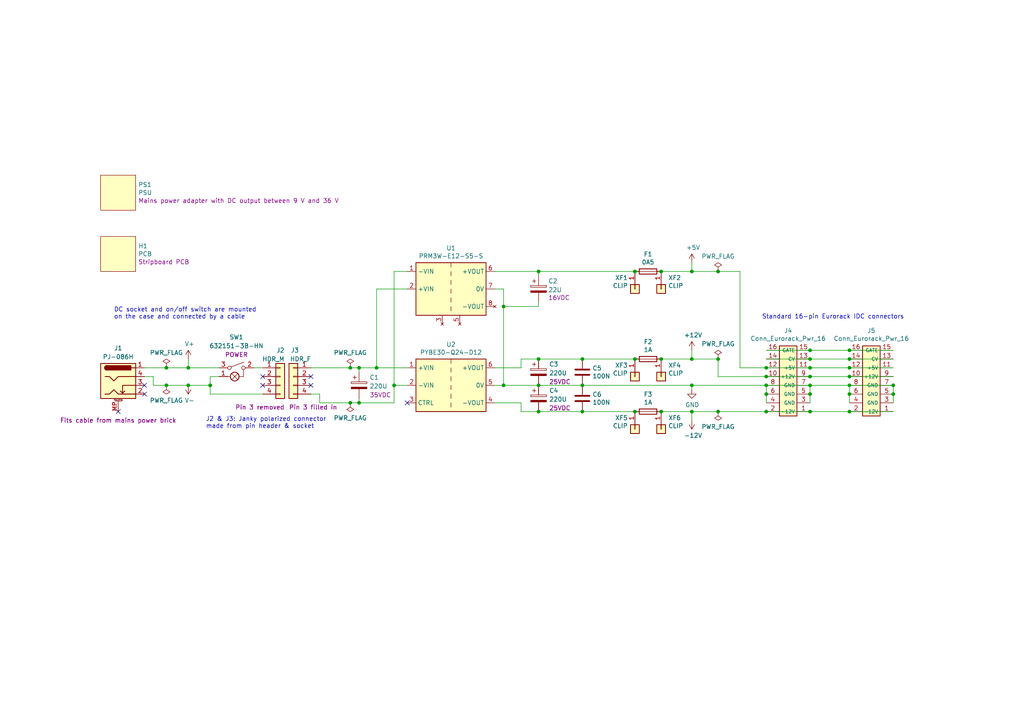
<source format=kicad_sch>
(kicad_sch (version 20211123) (generator eeschema)
  (paper "A4")
  (title_block (title "Eurorack Power Supply") (date "2021-12-07") (rev "1.2") (company "Len Popp") (comment 1 "Copyright © 2021 Len Popp CC BY") (comment 2 "Power supply for Eurorack with outputs +12 VDC, -12 VDC (1 A), +5 VDC (400 mA)") (comment 3 "COMPLETED"))
  (lib_symbols
    (symbol "-lmp-power:+12V" (power) (pin_names (offset 0))
      (property "Value" "+12V" (at 0 3.556 0))
      (symbol "+12V_0_1"
        (polyline (pts (xy -0.762 1.27) (xy 0 2.54)))
        (polyline (pts (xy 0 0) (xy 0 2.54)))
        (polyline (pts (xy 0 2.54) (xy 0.762 1.27)))
      )
      (symbol "+12V_1_1"
        (pin power_in line (at 0 0 90) (length 0) hide (name "+12V") (number "1"))
      )
    )
    (symbol "-lmp-power:+5V" (power) (pin_names (offset 0))
      (property "Value" "+5V" (at 0 3.556 0))
      (symbol "+5V_0_1"
        (polyline (pts (xy -0.762 1.27) (xy 0 2.54)))
        (polyline (pts (xy 0 0) (xy 0 2.54)))
        (polyline (pts (xy 0 2.54) (xy 0.762 1.27)))
      )
      (symbol "+5V_1_1"
        (pin power_in line (at 0 0 90) (length 0) hide (name "+5V") (number "1"))
      )
    )
    (symbol "-lmp-power:-12V" (power) (pin_names (offset 0))
      (property "Value" "-12V" (at 0 -3.556 0))
      (symbol "-12V_0_1"
        (polyline (pts (xy -0.762 -1.27) (xy 0 -2.54)))
        (polyline (pts (xy 0 -2.54) (xy 0.762 -1.27)))
        (polyline (pts (xy 0 0) (xy 0 -2.54)))
      )
      (symbol "-12V_1_1"
        (pin power_in line (at 0 0 270) (length 0) hide (name "-12V") (number "1"))
      )
    )
    (symbol "-lmp-power:GND" (power) (pin_names (offset 0))
      (property "Value" "GND" (at 0 -3.81 0))
      (symbol "GND_0_1"
        (polyline (pts (xy 0 0) (xy 0 -1.27) (xy 1.27 -1.27) (xy 0 -2.54) (xy -1.27 -1.27) (xy 0 -1.27)))
      )
      (symbol "GND_1_1"
        (pin power_in line (at 0 0 270) (length 0) hide (name "GND") (number "1"))
      )
    )
    (symbol "-lmp-power:PWR_FLAG" (power) (pin_numbers hide) (pin_names (offset 0) hide)
      (property "Value" "PWR_FLAG" (at 0 3.81 0))
      (symbol "PWR_FLAG_0_0"
        (pin power_out line (at 0 0 90) (length 0) (name "pwr") (number "1"))
      )
      (symbol "PWR_FLAG_0_1"
        (polyline (pts (xy 0 0) (xy 0 1.27) (xy -1.016 1.905) (xy 0 2.54) (xy 1.016 1.905) (xy 0 1.27)))
      )
    )
    (symbol "-lmp-power:V+" (power) (pin_names (offset 0))
      (property "Value" "V+" (at 0 3.556 0))
      (symbol "V+_0_1"
        (polyline (pts (xy -0.762 1.27) (xy 0 2.54)))
        (polyline (pts (xy 0 0) (xy 0 2.54)))
        (polyline (pts (xy 0 2.54) (xy 0.762 1.27)))
      )
      (symbol "V+_1_1"
        (pin power_in line (at 0 0 90) (length 0) hide (name "V+") (number "1"))
      )
    )
    (symbol "-lmp-power:V-" (power) (pin_names (offset 0))
      (property "Value" "V-" (at 0 -3.556 0))
      (symbol "V-_0_1"
        (polyline (pts (xy -0.762 -1.27) (xy 0 -2.54)))
        (polyline (pts (xy 0 -2.54) (xy 0.762 -1.27)))
        (polyline (pts (xy 0 0) (xy 0 -2.54)))
      )
      (symbol "V-_1_1"
        (pin power_in line (at 0 0 270) (length 0) hide (name "V-") (number "1"))
      )
    )
    (symbol "-lmp-synth:Conn_Eurorack_Pwr_16"
      (property "Reference" "J" (at 1.27 10.16 0))
      (property "Value" "Conn_Eurorack_Pwr_16" (at 1.27 -12.7 0))
      (symbol "Conn_Eurorack_Pwr_16_1_1"
        (rectangle (start 3.81 -11.43) (end -1.27 8.89) (stroke (width 0.254)) (fill (type background)))
        (pin power_in line (at 7.62 -10.16 180) (length 3.81) (name "-12V") (number "1"))
        (pin power_in line (at -5.08 0 0) (length 3.81) (name "~") (number "10"))
        (pin power_in line (at 7.62 2.54 180) (length 3.81) (name "+5V") (number "11"))
        (pin power_in line (at -5.08 2.54 0) (length 3.81) (name "~") (number "12"))
        (pin bidirectional line (at 7.62 5.08 180) (length 3.81) (name "CV") (number "13"))
        (pin bidirectional line (at -5.08 5.08 0) (length 3.81) (name "~") (number "14"))
        (pin bidirectional line (at 7.62 7.62 180) (length 3.81) (name "GATE") (number "15"))
        (pin bidirectional line (at -5.08 7.62 0) (length 3.81) (name "~") (number "16"))
        (pin power_in line (at -5.08 -10.16 0) (length 3.81) (name "~") (number "2"))
        (pin power_in line (at 7.62 -7.62 180) (length 3.81) (name "GND") (number "3"))
        (pin power_in line (at -5.08 -7.62 0) (length 3.81) (name "~") (number "4"))
        (pin power_in line (at 7.62 -5.08 180) (length 3.81) (name "GND") (number "5"))
        (pin power_in line (at -5.08 -5.08 0) (length 3.81) (name "~") (number "6"))
        (pin power_in line (at 7.62 -2.54 180) (length 3.81) (name "GND") (number "7"))
        (pin power_in line (at -5.08 -2.54 0) (length 3.81) (name "~") (number "8"))
        (pin power_in line (at 7.62 0 180) (length 3.81) (name "+12V") (number "9"))
      )
    )
    (symbol "-lmp-synth:Converter_DCDC_PRM3W"
      (property "Reference" "PS" (at -8.89 8.89 0))
      (property "Value" "Converter_DCDC_PRM3W" (at 8.89 8.89 0))
      (symbol "Converter_DCDC_PRM3W_0_1"
        (rectangle (start -10.16 7.62) (end 10.16 -7.62) (stroke (width 0.254)) (fill (type background)))
        (polyline (pts (xy 0 -5.08) (xy 0 -6.35)))
        (polyline (pts (xy 0 -2.54) (xy 0 -3.81)))
        (polyline (pts (xy 0 0) (xy 0 -1.27)))
        (polyline (pts (xy 0 2.54) (xy 0 1.27)))
        (polyline (pts (xy 0 5.08) (xy 0 3.81)))
        (polyline (pts (xy 0 7.62) (xy 0 6.35)))
      )
      (symbol "Converter_DCDC_PRM3W_1_1"
        (pin power_in line (at -12.7 5.08 0) (length 2.54) (name "-VIN") (number "1"))
        (pin power_in line (at -12.7 0 0) (length 2.54) (name "+VIN") (number "2"))
        (pin no_connect line (at -2.54 -10.16 90) (length 2.54) (name "~") (number "3"))
        (pin no_connect line (at 2.54 -10.16 90) (length 2.54) (name "~") (number "5"))
        (pin power_out line (at 12.7 5.08 180) (length 2.54) (name "+VOUT") (number "6"))
        (pin power_out line (at 12.7 0 180) (length 2.54) (name "0V") (number "7"))
        (pin no_connect line (at 12.7 -5.08 180) (length 2.54) (name "-VOUT") (number "8"))
      )
    )
    (symbol "-lmp-synth:Converter_DCDC_PYBE30"
      (property "Reference" "PS" (at -8.89 8.89 0))
      (property "Value" "Converter_DCDC_PYBE30" (at 8.89 8.89 0))
      (symbol "Converter_DCDC_PYBE30_0_1"
        (rectangle (start -10.16 7.62) (end 10.16 -7.62) (stroke (width 0.254)) (fill (type background)))
        (polyline (pts (xy 0 -5.08) (xy 0 -6.35)))
        (polyline (pts (xy 0 -2.54) (xy 0 -3.81)))
        (polyline (pts (xy 0 0) (xy 0 -1.27)))
        (polyline (pts (xy 0 2.54) (xy 0 1.27)))
        (polyline (pts (xy 0 5.08) (xy 0 3.81)))
        (polyline (pts (xy 0 7.62) (xy 0 6.35)))
      )
      (symbol "Converter_DCDC_PYBE30_1_1"
        (pin power_in line (at -12.7 5.08 0) (length 2.54) (name "+VIN") (number "1"))
        (pin power_in line (at -12.7 0 0) (length 2.54) (name "-VIN") (number "2"))
        (pin input line (at -12.7 -5.08 0) (length 2.54) (name "CTRL") (number "3"))
        (pin power_out line (at 12.7 -5.08 180) (length 2.54) (name "-VOUT") (number "4"))
        (pin power_out line (at 12.7 0 180) (length 2.54) (name "0V") (number "5"))
        (pin power_out line (at 12.7 5.08 180) (length 2.54) (name "+VOUT") (number "6"))
      )
    )
    (symbol "-lmp-synth:Jack_DC_PJ-086H" (pin_names hide)
      (property "Reference" "J" (at 0 7.874 0))
      (property "Value" "Jack_DC_PJ-086H" (at 1.27 -6.35 0))
      (symbol "Jack_DC_PJ-086H_0_1"
        (rectangle (start -5.08 6.35) (end 5.08 -3.81) (stroke (width 0.254)) (fill (type background)))
        (arc (start -3.302 5.715) (mid -3.937 5.08) (end -3.302 4.445) (stroke (width 0.254)))
        (arc (start -3.302 5.715) (mid -3.937 5.08) (end -3.302 4.445) (stroke (width 0.254)) (fill (type outline)))
        (polyline (pts (xy 1.27 -2.286) (xy 1.905 -1.651)) (stroke (width 0.254)))
        (polyline (pts (xy 5.08 5.08) (xy 3.81 5.08)) (stroke (width 0.254)))
        (polyline (pts (xy 5.08 0) (xy 1.27 0) (xy 1.27 -2.286) (xy 0.635 -1.651)) (stroke (width 0.254)))
        (polyline (pts (xy -3.81 -2.54) (xy -2.54 -2.54) (xy -1.27 -1.27) (xy 0 -2.54) (xy 2.54 -2.54) (xy 5.08 -2.54)) (stroke (width 0.254)))
        (rectangle (start 3.683 5.715) (end -3.302 4.445) (stroke (width 0.254)) (fill (type outline)))
      )
      (symbol "Jack_DC_PJ-086H_1_1"
        (polyline (pts (xy -1.016 -4.572) (xy 1.016 -4.572)) (stroke (width 0.1524)))
        (polyline (pts (xy -3.81 2.54) (xy -2.54 2.54) (xy -1.27 1.27) (xy 0 2.54) (xy 2.54 2.54) (xy 5.08 2.54)) (stroke (width 0.254)))
        (text "Mounting" (at 0 -4.191 0) (effects (font (size 0.381 0.381))))
        (pin passive line (at 7.62 5.08 180) (length 2.54) (name "~") (number "1"))
        (pin passive line (at 7.62 -2.54 180) (length 2.54) (name "~") (number "2"))
        (pin passive line (at 7.62 0 180) (length 2.54) (name "~") (number "3"))
        (pin passive line (at 7.62 2.54 180) (length 2.54) (name "~") (number "4"))
        (pin passive line (at 0 -7.62 90) (length 3.048) (name "MountPin") (number "MP"))
      )
    )
    (symbol "-lmp-synth:SW_SPST_Lamp_Carling" (pin_names (offset 1.016) hide) (on_board no)
      (property "Reference" "SW" (at 0.635 5.715 0))
      (property "Value" "SW_SPST_Lamp_Carling" (at 0 -3.175 0))
      (symbol "SW_SPST_Lamp_Carling_0_1"
        (circle (center -2.032 2.54) (radius 0.508))
        (circle (center -0.508 0) (radius 1.27) (stroke (width 0.254)))
        (polyline (pts (xy -3.048 0) (xy -1.778 0)))
        (polyline (pts (xy -1.524 2.794) (xy 2.159 4.191)))
        (polyline (pts (xy -1.397 -0.889) (xy 0.381 0.889)))
        (polyline (pts (xy 0.381 -0.889) (xy -1.397 0.889)))
        (polyline (pts (xy 2.032 0) (xy 0.762 0)))
        (polyline (pts (xy 2.032 0) (xy 2.032 1.905)))
        (circle (center 2.032 2.54) (radius 0.508))
        (pin passive line (at -5.08 0 0) (length 2.54) (name "L") (number "1"))
        (pin passive line (at 5.08 2.54 180) (length 2.54) (name "2") (number "2"))
        (pin passive line (at -5.08 2.54 0) (length 2.54) (name "3") (number "3"))
      )
    )
    (symbol "-lmp:CC" (pin_numbers hide) (pin_names (offset 0.254))
      (property "Reference" "C" (at 0.635 2.54 0))
      (property "Value" "CC" (at 0.635 -2.54 0))
      (symbol "CC_0_1"
        (polyline (pts (xy -2.032 -0.762) (xy 2.032 -0.762)) (stroke (width 0.508)))
        (polyline (pts (xy -2.032 0.762) (xy 2.032 0.762)) (stroke (width 0.508)))
      )
      (symbol "CC_1_1"
        (pin passive line (at 0 3.81 270) (length 2.794) (name "~") (number "1"))
        (pin passive line (at 0 -3.81 90) (length 2.794) (name "~") (number "2"))
      )
    )
    (symbol "-lmp:CP" (pin_numbers hide) (pin_names (offset 0.254))
      (property "Reference" "C" (at 0.635 2.54 0))
      (property "Value" "CP" (at 0.635 -2.54 0))
      (symbol "CP_0_1"
        (rectangle (start -2.286 0.508) (end 2.286 1.016))
        (polyline (pts (xy -1.778 2.286) (xy -0.762 2.286)))
        (polyline (pts (xy -1.27 2.794) (xy -1.27 1.778)))
        (rectangle (start 2.286 -0.508) (end -2.286 -1.016) (fill (type outline)))
      )
      (symbol "CP_1_1"
        (pin passive line (at 0 3.81 270) (length 2.794) (name "~") (number "1"))
        (pin passive line (at 0 -3.81 90) (length 2.794) (name "~") (number "2"))
      )
    )
    (symbol "-lmp:Fuse" (pin_numbers hide) (pin_names (offset 0))
      (property "Reference" "F" (at 2.032 0 90))
      (property "Value" "Fuse" (at -1.905 0 90))
      (symbol "Fuse_0_1"
        (rectangle (start -0.762 -2.54) (end 0.762 2.54) (stroke (width 0.254)))
        (polyline (pts (xy 0 2.54) (xy 0 -2.54)))
      )
      (symbol "Fuse_1_1"
        (pin passive line (at 0 3.81 270) (length 1.27) (name "~") (number "1"))
        (pin passive line (at 0 -3.81 90) (length 1.27) (name "~") (number "2"))
      )
    )
    (symbol "-lmp:FuseClip_D5mm_P5mm" (pin_names (offset 1.016) hide)
      (property "Reference" "XF" (at 0 2.54 0))
      (property "Value" "FuseClip_D5mm_P5mm" (at 0.508 -2.794 0))
      (symbol "FuseClip_D5mm_P5mm_1_1"
        (rectangle (start -1.27 0.127) (end 0 -0.127) (stroke (width 0.1524)))
        (rectangle (start -1.27 1.27) (end 1.27 -1.27) (stroke (width 0.254)) (fill (type background)))
        (pin passive line (at -5.08 0 0) (length 3.81) (name "Pin_1") (number "1"))
      )
    )
    (symbol "-lmp:MISC" (pin_numbers hide) (pin_names (offset 0) hide) (on_board no)
      (property "Reference" "H" (at 0 8.509 0))
      (property "Value" "MISC" (at 0 6.35 0))
      (symbol "MISC_0_1"
        (rectangle (start -5.08 5.08) (end 5.08 -5.08) (fill (type background)))
      )
    )
    (symbol "-lmp:PCB" (pin_numbers hide) (pin_names (offset 0) hide) (on_board no)
      (property "Reference" "H" (at 0 8.89 0))
      (property "Value" "PCB" (at 0 6.604 0))
      (symbol "PCB_0_1"
        (rectangle (start -5.08 5.08) (end 5.08 -5.08) (fill (type background)))
      )
    )
    (symbol "Connector_Generic:Conn_01x04" (pin_names (offset 1.016) hide)
      (property "Reference" "J" (at 0 5.08 0))
      (property "Value" "Conn_01x04" (at 0 -7.62 0))
      (symbol "Conn_01x04_1_1"
        (rectangle (start -1.27 -4.953) (end 0 -5.207) (stroke (width 0.1524)))
        (rectangle (start -1.27 -2.413) (end 0 -2.667) (stroke (width 0.1524)))
        (rectangle (start -1.27 0.127) (end 0 -0.127) (stroke (width 0.1524)))
        (rectangle (start -1.27 2.667) (end 0 2.413) (stroke (width 0.1524)))
        (rectangle (start -1.27 3.81) (end 1.27 -6.35) (stroke (width 0.254)) (fill (type background)))
        (pin passive line (at -5.08 2.54 0) (length 3.81) (name "Pin_1") (number "1"))
        (pin passive line (at -5.08 0 0) (length 3.81) (name "Pin_2") (number "2"))
        (pin passive line (at -5.08 -2.54 0) (length 3.81) (name "Pin_3") (number "3"))
        (pin passive line (at -5.08 -5.08 0) (length 3.81) (name "Pin_4") (number "4"))
      )
    )
  )
  (junction (at 109.22 106.68))
  (junction (at 156.21 78.74))
  (junction (at 259.08 111.76))
  (junction (at 191.77 78.74))
  (junction (at 200.66 111.76))
  (junction (at 184.15 119.38))
  (junction (at 234.95 111.76))
  (junction (at 234.95 104.14))
  (junction (at 54.61 106.68))
  (junction (at 114.3 111.76))
  (junction (at 246.38 119.38))
  (junction (at 168.91 104.14))
  (junction (at 246.38 111.76))
  (junction (at 222.25 109.22))
  (junction (at 104.14 106.68))
  (junction (at 146.05 111.76))
  (junction (at 184.15 104.14))
  (junction (at 259.08 114.3))
  (junction (at 156.21 104.14))
  (junction (at 234.95 101.6))
  (junction (at 200.66 78.74))
  (junction (at 54.61 111.76))
  (junction (at 208.28 119.38))
  (junction (at 168.91 111.76))
  (junction (at 208.28 78.74))
  (junction (at 168.91 119.38))
  (junction (at 246.38 114.3))
  (junction (at 246.38 106.68))
  (junction (at 156.21 119.38))
  (junction (at 146.05 88.9))
  (junction (at 200.66 104.14))
  (junction (at 234.95 114.3))
  (junction (at 222.25 119.38))
  (junction (at 191.77 119.38))
  (junction (at 222.25 111.76))
  (junction (at 156.21 111.76))
  (junction (at 208.28 104.14))
  (junction (at 101.6 106.68))
  (junction (at 48.26 106.68))
  (junction (at 246.38 104.14))
  (junction (at 48.26 111.76))
  (junction (at 222.25 106.68))
  (junction (at 104.14 116.84))
  (junction (at 234.95 109.22))
  (junction (at 246.38 109.22))
  (junction (at 184.15 78.74))
  (junction (at 222.25 114.3))
  (junction (at 200.66 119.38))
  (junction (at 101.6 116.84))
  (junction (at 191.77 104.14))
  (junction (at 60.96 111.76))
  (junction (at 234.95 106.68))
  (junction (at 246.38 101.6))
  (junction (at 234.95 119.38))
  (no_connect (at 76.2 111.76))
  (no_connect (at 90.17 111.76))
  (no_connect (at 118.11 116.84))
  (no_connect (at 76.2 109.22))
  (no_connect (at 90.17 109.22))
  (no_connect (at 41.91 111.76))
  (no_connect (at 34.29 119.38))
  (no_connect (at 41.91 114.3))
  (wire (pts (xy 146.05 83.82) (xy 146.05 88.9)))
  (wire (pts (xy 60.96 111.76) (xy 60.96 114.3)))
  (wire (pts (xy 191.77 104.14) (xy 200.66 104.14)))
  (wire (pts (xy 200.66 78.74) (xy 208.28 78.74)))
  (wire (pts (xy 168.91 104.14) (xy 156.21 104.14)))
  (wire (pts (xy 259.08 106.68) (xy 246.38 106.68)))
  (wire (pts (xy 156.21 104.14) (xy 151.13 104.14)))
  (wire (pts (xy 156.21 88.9) (xy 146.05 88.9)))
  (wire (pts (xy 143.51 106.68) (xy 151.13 106.68)))
  (wire (pts (xy 234.95 106.68) (xy 222.25 106.68)))
  (wire (pts (xy 104.14 106.68) (xy 109.22 106.68)))
  (wire (pts (xy 151.13 116.84) (xy 151.13 119.38)))
  (wire (pts (xy 73.66 106.68) (xy 76.2 106.68)))
  (wire (pts (xy 54.61 111.76) (xy 60.96 111.76)))
  (wire (pts (xy 114.3 111.76) (xy 118.11 111.76)))
  (wire (pts (xy 200.66 104.14) (xy 208.28 104.14)))
  (wire (pts (xy 246.38 101.6) (xy 259.08 101.6)))
  (wire (pts (xy 246.38 119.38) (xy 259.08 119.38)))
  (wire (pts (xy 54.61 106.68) (xy 63.5 106.68)))
  (wire (pts (xy 44.45 109.22) (xy 44.45 111.76)))
  (wire (pts (xy 118.11 83.82) (xy 109.22 83.82)))
  (wire (pts (xy 143.51 116.84) (xy 151.13 116.84)))
  (wire (pts (xy 90.17 106.68) (xy 101.6 106.68)))
  (wire (pts (xy 156.21 80.01) (xy 156.21 78.74)))
  (wire (pts (xy 60.96 114.3) (xy 76.2 114.3)))
  (wire (pts (xy 214.63 78.74) (xy 214.63 106.68)))
  (wire (pts (xy 44.45 111.76) (xy 48.26 111.76)))
  (wire (pts (xy 48.26 111.76) (xy 54.61 111.76)))
  (wire (pts (xy 41.91 109.22) (xy 44.45 109.22)))
  (wire (pts (xy 208.28 109.22) (xy 208.28 104.14)))
  (wire (pts (xy 222.25 111.76) (xy 222.25 114.3)))
  (wire (pts (xy 234.95 104.14) (xy 222.25 104.14)))
  (wire (pts (xy 114.3 116.84) (xy 114.3 111.76)))
  (wire (pts (xy 234.95 106.68) (xy 246.38 106.68)))
  (wire (pts (xy 63.5 109.22) (xy 60.96 109.22)))
  (wire (pts (xy 246.38 114.3) (xy 246.38 116.84)))
  (wire (pts (xy 222.25 114.3) (xy 222.25 116.84)))
  (wire (pts (xy 200.66 104.14) (xy 200.66 101.6)))
  (wire (pts (xy 114.3 116.84) (xy 104.14 116.84)))
  (wire (pts (xy 222.25 101.6) (xy 234.95 101.6)))
  (wire (pts (xy 143.51 83.82) (xy 146.05 83.82)))
  (wire (pts (xy 156.21 87.63) (xy 156.21 88.9)))
  (wire (pts (xy 234.95 101.6) (xy 246.38 101.6)))
  (wire (pts (xy 156.21 119.38) (xy 168.91 119.38)))
  (wire (pts (xy 222.25 119.38) (xy 234.95 119.38)))
  (wire (pts (xy 41.91 106.68) (xy 48.26 106.68)))
  (wire (pts (xy 259.08 114.3) (xy 259.08 116.84)))
  (wire (pts (xy 246.38 111.76) (xy 259.08 111.76)))
  (wire (pts (xy 200.66 119.38) (xy 208.28 119.38)))
  (wire (pts (xy 54.61 104.14) (xy 54.61 106.68)))
  (wire (pts (xy 60.96 109.22) (xy 60.96 111.76)))
  (wire (pts (xy 146.05 88.9) (xy 146.05 111.76)))
  (wire (pts (xy 101.6 116.84) (xy 104.14 116.84)))
  (wire (pts (xy 259.08 111.76) (xy 259.08 114.3)))
  (wire (pts (xy 90.17 114.3) (xy 92.71 114.3)))
  (wire (pts (xy 246.38 119.38) (xy 234.95 119.38)))
  (wire (pts (xy 208.28 119.38) (xy 222.25 119.38)))
  (wire (pts (xy 259.08 109.22) (xy 246.38 109.22)))
  (wire (pts (xy 92.71 116.84) (xy 101.6 116.84)))
  (wire (pts (xy 151.13 119.38) (xy 156.21 119.38)))
  (wire (pts (xy 208.28 109.22) (xy 222.25 109.22)))
  (wire (pts (xy 234.95 114.3) (xy 234.95 116.84)))
  (wire (pts (xy 114.3 78.74) (xy 118.11 78.74)))
  (wire (pts (xy 101.6 106.68) (xy 104.14 106.68)))
  (wire (pts (xy 200.66 119.38) (xy 200.66 121.92)))
  (wire (pts (xy 104.14 115.57) (xy 104.14 116.84)))
  (wire (pts (xy 168.91 104.14) (xy 184.15 104.14)))
  (wire (pts (xy 191.77 119.38) (xy 200.66 119.38)))
  (wire (pts (xy 234.95 109.22) (xy 222.25 109.22)))
  (wire (pts (xy 146.05 111.76) (xy 156.21 111.76)))
  (wire (pts (xy 109.22 83.82) (xy 109.22 106.68)))
  (wire (pts (xy 246.38 104.14) (xy 234.95 104.14)))
  (wire (pts (xy 114.3 111.76) (xy 114.3 78.74)))
  (wire (pts (xy 234.95 111.76) (xy 234.95 114.3)))
  (wire (pts (xy 168.91 119.38) (xy 184.15 119.38)))
  (wire (pts (xy 156.21 78.74) (xy 184.15 78.74)))
  (wire (pts (xy 246.38 111.76) (xy 246.38 114.3)))
  (wire (pts (xy 104.14 107.95) (xy 104.14 106.68)))
  (wire (pts (xy 168.91 111.76) (xy 200.66 111.76)))
  (wire (pts (xy 200.66 76.2) (xy 200.66 78.74)))
  (wire (pts (xy 246.38 109.22) (xy 234.95 109.22)))
  (wire (pts (xy 109.22 106.68) (xy 118.11 106.68)))
  (wire (pts (xy 214.63 78.74) (xy 208.28 78.74)))
  (wire (pts (xy 222.25 106.68) (xy 214.63 106.68)))
  (wire (pts (xy 259.08 104.14) (xy 246.38 104.14)))
  (wire (pts (xy 222.25 111.76) (xy 234.95 111.76)))
  (wire (pts (xy 156.21 111.76) (xy 168.91 111.76)))
  (wire (pts (xy 234.95 111.76) (xy 246.38 111.76)))
  (wire (pts (xy 200.66 111.76) (xy 222.25 111.76)))
  (wire (pts (xy 48.26 106.68) (xy 54.61 106.68)))
  (wire (pts (xy 92.71 114.3) (xy 92.71 116.84)))
  (wire (pts (xy 200.66 111.76) (xy 200.66 113.03)))
  (wire (pts (xy 191.77 78.74) (xy 200.66 78.74)))
  (wire (pts (xy 143.51 78.74) (xy 156.21 78.74)))
  (wire (pts (xy 143.51 111.76) (xy 146.05 111.76)))
  (wire (pts (xy 151.13 104.14) (xy 151.13 106.68)))
  (text "DC socket and on/off switch are mounted \non the case and connected by a cable" (at 33.02 92.71 0) (effects (font (size 1.27 1.27)) (justify left bottom)))
  (text "Standard 16-pin Eurorack IDC connectors" (at 220.98 92.71 0) (effects (font (size 1.27 1.27)) (justify left bottom)))
  (text "J2 & J3: Janky polarized connector \nmade from pin header & socket" (at 59.69 124.46 0) (effects (font (size 1.27 1.27)) (justify left bottom)))
  (symbol (lib_id "-lmp-synth:Jack_DC_PJ-086H") (at 34.29 111.76 0) (unit 1) (on_board no)
    (property "Reference" "J1" (at 34.29 100.965 0))
    (property "Value" "PJ-086H" (at 34.29 103.505 0))
    (property "Footprint" "-lmp-misc:NoFootprint" (effects hide))
    (property "Datasheet" "https://www.mouser.ca/datasheet/2/670/pj_086h-1779035.pdf" (effects hide))
    (property "Manufacturer" "CUI" (effects hide))
    (property "ManufacturerPartNum" "PJ-086H" (effects hide))
    (property "Distributor" "Mouser" (effects hide))
    (property "DistributorPartNum" "490-PJ-086H" (effects hide))
    (property "DistributorPartLink" "https://www.mouser.ca/ProductDetail/490-PJ-086H" (effects hide))
    (property "Note" "Fits cable from mains power brick" (at 34.29 121.92 0))
  )
  (symbol (lib_id "-lmp-power:V+") (at 54.61 104.14 0) (unit 1)
    (property "Reference" "#PWR03" (effects hide))
    (property "Value" "V+" (at 54.991 99.7458 0))
  )
  (symbol (lib_id "-lmp-synth:SW_SPST_Lamp_Carling") (at 68.58 109.22 0) (unit 1) (on_board no)
    (property "Reference" "SW1" (at 68.58 97.79 0))
    (property "Value" "632151-3B-HN" (at 68.58 100.33 0))
    (property "Footprint" "-lmp-misc:NoFootprint" (effects hide))
    (property "Datasheet" "https://www.mouser.ca/datasheet/2/65/622_632_Series_Details__26_COS-267957.pdf" (effects hide))
    (property "Label" "POWER" (at 68.58 102.87 0))
    (property "Manufacturer" "Carling Technologies" (effects hide))
    (property "ManufacturerPartNum" "632151-3B-HN" (effects hide))
    (property "Distributor" "Mouser" (effects hide))
    (property "DistributorPartNum" "691-632151-3B-HN" (effects hide))
    (property "DistributorPartLink" "https://www.mouser.ca/ProductDetail/Carling-Technologies/632151-3B-HN?qs=JTE4qh7jp8ik1N%2FHQcLdVQ==" (effects hide))
  )
  (symbol (lib_id "-lmp:CC") (at 168.91 107.95 0) (unit 1)
    (property "Reference" "C5" (at 171.831 106.7816 0) (effects (justify left)))
    (property "Value" "100N" (at 171.831 109.093 0) (effects (justify left)))
    (property "Footprint" "-lmp-stripboard:SB_Gen_2" (effects hide))
    (property "Datasheet" "https://product.tdk.com/system/files/dam/doc/product/capacitor/ceramic/lead-mlcc/catalog/leadmlcc_halogenfree_fg_en.pdf" (effects hide))
    (property "Manufacturer" "TDK" (effects hide))
    (property "ManufacturerPartNum" "FG18X7R1H104KNT06" (effects hide))
    (property "Distributor" "Mouser" (effects hide))
    (property "DistributorPartNum" "810-FG18X7R1H104KNT6" (effects hide))
    (property "DistributorPartLink" "https://www.mouser.ca/ProductDetail/810-FG18X7R1H104KNT6" (effects hide))
  )
  (symbol (lib_id "-lmp-power:+12V") (at 200.66 101.6 0) (unit 1)
    (property "Reference" "#PWR07" (effects hide))
    (property "Value" "+12V" (at 201.041 97.2058 0))
  )
  (symbol (lib_id "-lmp-power:GND") (at 200.66 113.03 0) (unit 1)
    (property "Reference" "#PWR08" (effects hide))
    (property "Value" "GND" (at 200.787 117.4242 0))
  )
  (symbol (lib_id "-lmp-power:-12V") (at 200.66 121.92 0) (unit 1)
    (property "Reference" "#PWR09" (effects hide))
    (property "Value" "-12V" (at 201.041 126.3142 0))
  )
  (symbol (lib_id "-lmp-power:+5V") (at 200.66 76.2 0) (unit 1)
    (property "Reference" "#PWR06" (effects hide))
    (property "Value" "+5V" (at 201.041 71.8058 0))
  )
  (symbol (lib_id "-lmp-synth:Conn_Eurorack_Pwr_16") (at 227.33 109.22 0) (unit 1)
    (property "Reference" "J4" (at 228.6 95.885 0))
    (property "Value" "Conn_Eurorack_Pwr_16" (at 228.6 98.1964 0))
    (property "Footprint" "-lmp-synth:IDC-Header-Eurorack-16-TH" (effects hide))
    (property "Datasheet" "https://www.mouser.ca/datasheet/2/445/61201621621-1717735.pdf" (effects hide))
    (property "Distributor" "Mouser" (effects hide))
    (property "DistributorPartLink" "https://www.mouser.ca/ProductDetail/Wurth-Elektronik/61201621621?qs=ZtY9WdtwX55qFf4n3EFuaA%3D%3D" (effects hide))
    (property "DistributorPartNum" "710-61201621621" (effects hide))
    (property "Manufacturer" "Wurth Elektronik" (effects hide))
    (property "ManufacturerPartNum" "61201621621" (effects hide))
  )
  (symbol (lib_id "-lmp-power:PWR_FLAG") (at 101.6 106.68 0) (unit 1)
    (property "Reference" "#FLG02" (effects hide))
    (property "Value" "PWR_FLAG" (at 101.6 102.2858 0))
  )
  (symbol (lib_id "-lmp-synth:Conn_Eurorack_Pwr_16") (at 251.46 109.22 0) (unit 1)
    (property "Reference" "J5" (at 252.73 95.885 0))
    (property "Value" "Conn_Eurorack_Pwr_16" (at 252.73 98.1964 0))
    (property "Footprint" "-lmp-synth:IDC-Header-Eurorack-16-TH" (effects hide))
    (property "Datasheet" "https://www.mouser.ca/datasheet/2/445/61201621621-1717735.pdf" (effects hide))
    (property "Distributor" "Mouser" (effects hide))
    (property "DistributorPartLink" "https://www.mouser.ca/ProductDetail/Wurth-Elektronik/61201621621?qs=ZtY9WdtwX55qFf4n3EFuaA%3D%3D" (effects hide))
    (property "DistributorPartNum" "710-61201621621" (effects hide))
    (property "Manufacturer" "Wurth Elektronik" (effects hide))
    (property "ManufacturerPartNum" "61201621621" (effects hide))
  )
  (symbol (lib_id "-lmp-synth:Converter_DCDC_PYBE30") (at 130.81 111.76 0) (unit 1)
    (property "Reference" "U2" (at 130.81 99.8982 0))
    (property "Value" "PYBE30-Q24-D12" (at 130.81 102.2096 0))
    (property "Footprint" "-lmp-synth:Converter_DCDC_CUI_PYBE30" (effects hide))
    (property "Datasheet" "https://www.mouser.ca/datasheet/2/670/pybe30-1525754.pdf" (effects hide))
    (property "Distributor" "Mouser" (effects hide))
    (property "DistributorPartLink" "https://www.mouser.ca/ProductDetail/490-PYBE30-Q24-D12" (effects hide))
    (property "DistributorPartNum" "490-PYBE30-Q24-D12" (effects hide))
    (property "Manufacturer" "CUI" (effects hide))
    (property "ManufacturerPartNum" "PYBE30-Q24-D12" (effects hide))
  )
  (symbol (lib_id "Connector_Generic:Conn_01x04") (at 81.28 109.22 0) (unit 1) (on_board no)
    (property "Reference" "J2" (at 82.55 101.6 0) (effects (justify right)))
    (property "Value" "HDR_M" (at 82.55 104.14 0) (effects (justify right)))
    (property "Footprint" "Connector_PinHeader_2.54mm:PinHeader_1x04_P2.54mm_Vertical" (effects hide))
    (property "Note" "Pin 3 removed" (at 82.55 118.11 0) (effects (justify right)))
  )
  (symbol (lib_id "Connector_Generic:Conn_01x04") (at 85.09 109.22 0) (mirror y) (unit 1)
    (property "Reference" "J3" (at 84.328 101.6 0) (effects (justify right)))
    (property "Value" "HDR_F" (at 84.074 104.14 0) (effects (justify right)))
    (property "Footprint" "Connector_PinSocket_2.54mm:PinSocket_1x04_P2.54mm_Vertical" (effects hide))
    (property "Note" "Pin 3 filled in" (at 83.82 118.11 0) (effects (justify right)))
  )
  (symbol (lib_id "-lmp:CP") (at 104.14 111.76 0) (unit 1)
    (property "Reference" "C1" (at 107.188 109.474 0) (effects (justify left)))
    (property "Value" "220U" (at 107.188 112.014 0) (effects (justify left)))
    (property "Footprint" "Capacitor_THT:CP_Radial_D8.0mm_P5.00mm" (effects hide))
    (property "Datasheet" "https://www.mouser.ca/datasheet/2/315/ABA0000C1209-1289053.pdf" (effects hide))
    (property "Value2" "35VDC" (at 107.188 114.554 0) (effects (justify left)))
    (property "Manufacturer" "Panasonic" (effects hide))
    (property "ManufacturerPartNum" "EEU-FC1V221" (effects hide))
    (property "Distributor" "Mouser" (effects hide))
    (property "DistributorPartNum" "667-EEU-FC1V221" (effects hide))
    (property "DistributorPartLink" "https://www.mouser.ca/ProductDetail/Panasonic/EEU-FC1V221?qs=iiQS8Qu7XZTt1rQb8bsJjg%3D%3D" (effects hide))
  )
  (symbol (lib_id "-lmp:PCB") (at 34.29 73.66 0) (unit 1) (on_board no)
    (property "Reference" "H1" (at 40.0812 71.3486 0) (effects (justify left)))
    (property "Value" "PCB" (at 40.0812 73.66 0) (effects (justify left)))
    (property "Datasheet" "https://www.mouser.ca/datasheet/2/58/BPS-DAT-(ST2)-Datasheet-1282869.pdf" (effects hide))
    (property "Manufacturer" "Busboard Prototype Systems" (effects hide))
    (property "ManufacturerPartNum" "ST2" (effects hide))
    (property "Distributor" "Mouser" (effects hide))
    (property "DistributorPartNum" "854-ST2" (effects hide))
    (property "DistributorPartLink" "https://www.mouser.ca/ProductDetail/BusBoard-Prototype-Systems/ST2?qs=NGErKr1RxMAdSUqgGAVpyQ==" (effects hide))
    (property "Note" "Stripboard PCB" (at 40.0812 75.9714 0) (effects (justify left)))
  )
  (symbol (lib_id "-lmp:Fuse") (at 187.96 78.74 270) (unit 1) (on_board no)
    (property "Reference" "F1" (at 187.96 73.7362 90))
    (property "Value" "0A5" (at 187.96 76.0476 90))
    (property "Datasheet" "https://www.mouser.ca/datasheet/2/240/Littelfuse_Fuse_217_Datasheet_pdf-310011.pdf" (effects hide))
    (property "Manufacturer" "Littelfuse" (effects hide))
    (property "ManufacturerPartNum" "0217.500MXP" (effects hide))
    (property "Distributor" "Mouser" (effects hide))
    (property "DistributorPartNum" "576-0217.500MXP" (effects hide))
    (property "DistributorPartLink" "https://www.mouser.ca/ProductDetail/Littelfuse/0217500MXP?qs=vco6xy%252BeH1oTm6RGQTWG6A%3D%3D" (effects hide))
  )
  (symbol (lib_id "-lmp:Fuse") (at 187.96 104.14 270) (unit 1) (on_board no)
    (property "Reference" "F2" (at 187.96 99.1362 90))
    (property "Value" "1A" (at 187.96 101.4476 90))
    (property "Datasheet" "https://www.mouser.ca/datasheet/2/643/ds-CP-5mf-5mfp-series-1313109.pdf" (effects hide))
    (property "Manufacturer" "Bel Fuse" (effects hide))
    (property "ManufacturerPartNum" "5MF 1-R" (effects hide))
    (property "Distributor" "Mouser" (effects hide))
    (property "DistributorPartNum" "530-5MF1-R" (effects hide))
    (property "DistributorPartLink" "https://www.mouser.ca/ProductDetail/530-5MF1-R" (effects hide))
  )
  (symbol (lib_id "-lmp:Fuse") (at 187.96 119.38 270) (unit 1) (on_board no)
    (property "Reference" "F3" (at 187.96 114.3762 90))
    (property "Value" "1A" (at 187.96 116.6876 90))
  )
  (symbol (lib_id "-lmp-power:PWR_FLAG") (at 208.28 104.14 0) (unit 1)
    (property "Reference" "#FLG0102" (effects hide))
    (property "Value" "PWR_FLAG" (at 208.28 99.7458 0))
  )
  (symbol (lib_id "-lmp-power:PWR_FLAG") (at 208.28 78.74 0) (unit 1)
    (property "Reference" "#FLG0103" (effects hide))
    (property "Value" "PWR_FLAG" (at 208.28 74.3458 0))
  )
  (symbol (lib_id "-lmp-power:PWR_FLAG") (at 208.28 119.38 180) (unit 1)
    (property "Reference" "#FLG0104" (effects hide))
    (property "Value" "PWR_FLAG" (at 208.28 123.7742 0))
  )
  (symbol (lib_id "-lmp-synth:Converter_DCDC_PRM3W") (at 130.81 83.82 0) (unit 1)
    (property "Reference" "U1" (at 130.81 71.9582 0))
    (property "Value" "PRM3W-E12-S5-S" (at 130.81 74.2696 0))
    (property "Footprint" "-lmp-synth:Converter_DCDC_CUI_PRM3W" (effects hide))
    (property "Datasheet" "https://www.mouser.ca/datasheet/2/670/prm3w_s-2474873.pdf" (effects hide))
    (property "Distributor" "Mouser" (effects hide))
    (property "DistributorPartLink" "https://www.mouser.ca/ProductDetail/490-PRM3W-E12-S5-S" (effects hide))
    (property "DistributorPartNum" "490-PRM3W-E12-S5-S" (effects hide))
    (property "Manufacturer" "CUI" (effects hide))
    (property "ManufacturerPartNum" "PRM3W-E12-S5-S" (effects hide))
  )
  (symbol (lib_id "-lmp-power:V-") (at 54.61 111.76 0) (unit 1)
    (property "Reference" "#PWR0101" (effects hide))
    (property "Value" "V-" (at 54.991 116.1542 0))
  )
  (symbol (lib_id "-lmp:FuseClip_D5mm_P5mm") (at 184.15 83.82 90) (mirror x) (unit 1)
    (property "Reference" "XF1" (at 182.118 80.5688 90) (effects (justify left)))
    (property "Value" "CLIP" (at 182.118 82.8802 90) (effects (justify left)))
    (property "Footprint" "-lmp-misc:FuseClip_D5mm_P5mm_52000001009" (effects hide))
    (property "Datasheet" "https://www.littelfuse.com/~/media/electronics/datasheets/fuse_clips/littelfuse_fuse_clip_520_521_102071_datasheet.pdf.pdf" (effects hide))
    (property "Height" "8" (effects hide))
    (property "Mouser Part Number" "576-52000001009" (effects hide))
    (property "Mouser Price/Stock" "https://www.mouser.co.uk/ProductDetail/Littelfuse/52000001009?qs=TxeoXSYJMVRCKOrJrEyYEQ%3D%3D" (effects hide))
    (property "Manufacturer_Name" "LITTELFUSE" (effects hide))
    (property "Manufacturer_Part_Number" "52000001009" (effects hide))
  )
  (symbol (lib_id "-lmp:FuseClip_D5mm_P5mm") (at 191.77 83.82 270) (unit 1)
    (property "Reference" "XF2" (at 193.802 80.5688 90) (effects (justify left)))
    (property "Value" "CLIP" (at 193.802 82.8802 90) (effects (justify left)))
    (property "Footprint" "-lmp-misc:FuseClip_D5mm_P5mm_52000001009" (effects hide))
    (property "Datasheet" "https://www.littelfuse.com/~/media/electronics/datasheets/fuse_clips/littelfuse_fuse_clip_520_521_102071_datasheet.pdf.pdf" (effects hide))
    (property "Height" "8" (effects hide))
    (property "Mouser Part Number" "576-52000001009" (effects hide))
    (property "Mouser Price/Stock" "https://www.mouser.co.uk/ProductDetail/Littelfuse/52000001009?qs=TxeoXSYJMVRCKOrJrEyYEQ%3D%3D" (effects hide))
    (property "Manufacturer_Name" "LITTELFUSE" (effects hide))
    (property "Manufacturer_Part_Number" "52000001009" (effects hide))
  )
  (symbol (lib_id "-lmp-power:PWR_FLAG") (at 48.26 106.68 0) (unit 1)
    (property "Reference" "#FLG0101" (effects hide))
    (property "Value" "PWR_FLAG" (at 48.26 102.2858 0))
  )
  (symbol (lib_id "-lmp:FuseClip_D5mm_P5mm") (at 184.15 109.22 90) (mirror x) (unit 1)
    (property "Reference" "XF3" (at 182.118 105.9688 90) (effects (justify left)))
    (property "Value" "CLIP" (at 182.118 108.2802 90) (effects (justify left)))
    (property "Footprint" "-lmp-misc:FuseClip_D5mm_P5mm_52000001009" (effects hide))
    (property "Datasheet" "https://www.littelfuse.com/~/media/electronics/datasheets/fuse_clips/littelfuse_fuse_clip_520_521_102071_datasheet.pdf.pdf" (effects hide))
    (property "Height" "8" (effects hide))
    (property "Mouser Part Number" "576-52000001009" (effects hide))
    (property "Mouser Price/Stock" "https://www.mouser.co.uk/ProductDetail/Littelfuse/52000001009?qs=TxeoXSYJMVRCKOrJrEyYEQ%3D%3D" (effects hide))
    (property "Manufacturer_Name" "LITTELFUSE" (effects hide))
    (property "Manufacturer_Part_Number" "52000001009" (effects hide))
  )
  (symbol (lib_id "-lmp:FuseClip_D5mm_P5mm") (at 191.77 109.22 270) (unit 1)
    (property "Reference" "XF4" (at 193.802 105.9688 90) (effects (justify left)))
    (property "Value" "CLIP" (at 193.802 108.2802 90) (effects (justify left)))
    (property "Footprint" "-lmp-misc:FuseClip_D5mm_P5mm_52000001009" (effects hide))
    (property "Datasheet" "https://www.littelfuse.com/~/media/electronics/datasheets/fuse_clips/littelfuse_fuse_clip_520_521_102071_datasheet.pdf.pdf" (effects hide))
    (property "Height" "8" (effects hide))
    (property "Mouser Part Number" "576-52000001009" (effects hide))
    (property "Mouser Price/Stock" "https://www.mouser.co.uk/ProductDetail/Littelfuse/52000001009?qs=TxeoXSYJMVRCKOrJrEyYEQ%3D%3D" (effects hide))
    (property "Manufacturer_Name" "LITTELFUSE" (effects hide))
    (property "Manufacturer_Part_Number" "52000001009" (effects hide))
  )
  (symbol (lib_id "-lmp:FuseClip_D5mm_P5mm") (at 184.15 124.46 90) (mirror x) (unit 1)
    (property "Reference" "XF5" (at 182.118 121.2088 90) (effects (justify left)))
    (property "Value" "CLIP" (at 182.118 123.5202 90) (effects (justify left)))
    (property "Footprint" "-lmp-misc:FuseClip_D5mm_P5mm_52000001009" (effects hide))
    (property "Datasheet" "https://www.littelfuse.com/~/media/electronics/datasheets/fuse_clips/littelfuse_fuse_clip_520_521_102071_datasheet.pdf.pdf" (effects hide))
    (property "Height" "8" (effects hide))
    (property "Mouser Part Number" "576-52000001009" (effects hide))
    (property "Mouser Price/Stock" "https://www.mouser.co.uk/ProductDetail/Littelfuse/52000001009?qs=TxeoXSYJMVRCKOrJrEyYEQ%3D%3D" (effects hide))
    (property "Manufacturer_Name" "LITTELFUSE" (effects hide))
    (property "Manufacturer_Part_Number" "52000001009" (effects hide))
  )
  (symbol (lib_id "-lmp:FuseClip_D5mm_P5mm") (at 191.77 124.46 270) (unit 1)
    (property "Reference" "XF6" (at 193.802 121.2088 90) (effects (justify left)))
    (property "Value" "CLIP" (at 193.802 123.5202 90) (effects (justify left)))
    (property "Footprint" "-lmp-misc:FuseClip_D5mm_P5mm_52000001009" (effects hide))
    (property "Datasheet" "https://www.littelfuse.com/~/media/electronics/datasheets/fuse_clips/littelfuse_fuse_clip_520_521_102071_datasheet.pdf.pdf" (effects hide))
    (property "Height" "8" (effects hide))
    (property "Mouser Part Number" "576-52000001009" (effects hide))
    (property "Mouser Price/Stock" "https://www.mouser.co.uk/ProductDetail/Littelfuse/52000001009?qs=TxeoXSYJMVRCKOrJrEyYEQ%3D%3D" (effects hide))
    (property "Manufacturer_Name" "LITTELFUSE" (effects hide))
    (property "Manufacturer_Part_Number" "52000001009" (effects hide))
  )
  (symbol (lib_id "-lmp:CP") (at 156.21 83.82 0) (unit 1)
    (property "Reference" "C2" (at 159.004 81.534 0) (effects (justify left)))
    (property "Value" "22U" (at 159.004 84.074 0) (effects (justify left)))
    (property "Footprint" "Capacitor_THT:CP_Radial_D8.0mm_P5.00mm" (effects hide))
    (property "Datasheet" "https://www.mouser.ca/datasheet/2/315/ABA0000C1041-947575.pdf" (effects hide))
    (property "Value2" "16VDC" (at 159.004 86.36 0) (effects (justify left)))
    (property "Manufacturer" "Panasonic" (effects hide))
    (property "ManufacturerPartNum" "EEA-GA1C220H" (effects hide))
    (property "Distributor" "Mouser" (effects hide))
    (property "DistributorPartNum" "667-EEA-GA1C220H" (effects hide))
    (property "DistributorPartLink" "https://www.mouser.ca/ProductDetail/Panasonic/EEA-GA1C220H?qs=6gIVE1Jgg%2FznoTUBnseqpA%3D%3D" (effects hide))
  )
  (symbol (lib_id "-lmp-power:PWR_FLAG") (at 101.6 116.84 180) (unit 1)
    (property "Reference" "#FLG0105" (effects hide))
    (property "Value" "PWR_FLAG" (at 101.6 121.2342 0))
  )
  (symbol (lib_id "-lmp-power:PWR_FLAG") (at 48.26 111.76 180) (unit 1)
    (property "Reference" "#FLG0106" (effects hide))
    (property "Value" "PWR_FLAG" (at 48.26 116.1542 0))
  )
  (symbol (lib_id "-lmp:CP") (at 156.21 107.95 0) (unit 1)
    (property "Reference" "C3" (at 159.258 105.664 0) (effects (justify left)))
    (property "Value" "220U" (at 159.258 108.204 0) (effects (justify left)))
    (property "Footprint" "Capacitor_THT:CP_Radial_D8.0mm_P5.00mm" (effects hide))
    (property "Datasheet" "https://www.mouser.ca/datasheet/2/315/ABA0000C1209-1289053.pdf" (effects hide))
    (property "Value2" "25VDC" (at 159.258 110.744 0) (effects (justify left)))
    (property "Manufacturer" "Panasonic" (effects hide))
    (property "ManufacturerPartNum" "EEU-FC1V221" (effects hide))
    (property "Distributor" "Mouser" (effects hide))
    (property "DistributorPartNum" "667-EEU-FC1V221" (effects hide))
    (property "DistributorPartLink" "https://www.mouser.ca/ProductDetail/Panasonic/EEU-FC1V221?qs=iiQS8Qu7XZTt1rQb8bsJjg%3D%3D" (effects hide))
  )
  (symbol (lib_id "-lmp:CP") (at 156.21 115.57 0) (unit 1)
    (property "Reference" "C4" (at 159.258 113.284 0) (effects (justify left)))
    (property "Value" "220U" (at 159.258 115.824 0) (effects (justify left)))
    (property "Footprint" "Capacitor_THT:CP_Radial_D8.0mm_P5.00mm" (effects hide))
    (property "Datasheet" "https://www.mouser.ca/datasheet/2/315/ABA0000C1209-1289053.pdf" (effects hide))
    (property "Value2" "25VDC" (at 159.258 118.364 0) (effects (justify left)))
    (property "Manufacturer" "Panasonic" (effects hide))
    (property "ManufacturerPartNum" "EEU-FC1V221" (effects hide))
    (property "Distributor" "Mouser" (effects hide))
    (property "DistributorPartNum" "667-EEU-FC1V221" (effects hide))
    (property "DistributorPartLink" "https://www.mouser.ca/ProductDetail/Panasonic/EEU-FC1V221?qs=iiQS8Qu7XZTt1rQb8bsJjg%3D%3D" (effects hide))
  )
  (symbol (lib_id "-lmp:CC") (at 168.91 115.57 0) (unit 1)
    (property "Reference" "C6" (at 171.831 114.4016 0) (effects (justify left)))
    (property "Value" "100N" (at 171.831 116.713 0) (effects (justify left)))
    (property "Footprint" "-lmp-stripboard:SB_Gen_2" (effects hide))
    (property "Datasheet" "https://product.tdk.com/system/files/dam/doc/product/capacitor/ceramic/lead-mlcc/catalog/leadmlcc_halogenfree_fg_en.pdf" (effects hide))
    (property "Manufacturer" "TDK" (effects hide))
    (property "ManufacturerPartNum" "FG18X7R1H104KNT06" (effects hide))
    (property "Distributor" "Mouser" (effects hide))
    (property "DistributorPartNum" "810-FG18X7R1H104KNT6" (effects hide))
    (property "DistributorPartLink" "https://www.mouser.ca/ProductDetail/810-FG18X7R1H104KNT6" (effects hide))
  )
  (symbol (lib_id "-lmp:MISC") (at 34.29 55.88 0) (unit 1) (on_board no)
    (property "Reference" "PS1" (at 40.0812 53.5686 0) (effects (justify left)))
    (property "Value" "PSU" (at 40.0812 55.88 0) (effects (justify left)))
    (property "Note" "Mains power adapter with DC output between 9 V and 36 V" (at 40.0812 58.1914 0) (effects (justify left)))
  )
)
</source>
